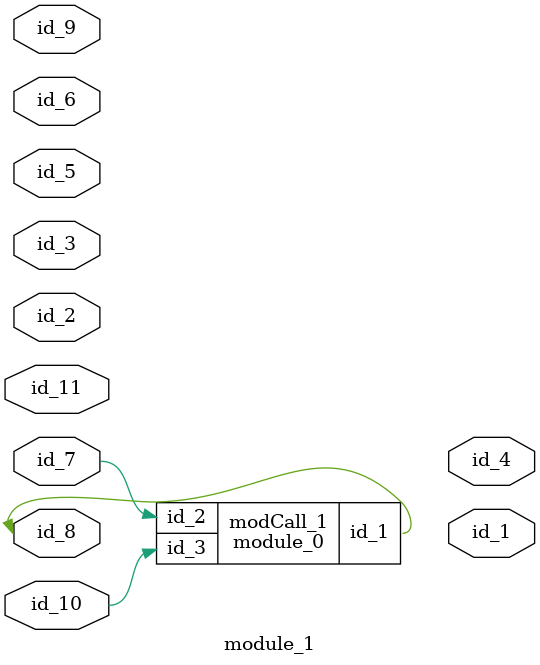
<source format=v>
module module_0 (
    id_1,
    id_2,
    id_3
);
  input wire id_3;
  input wire id_2;
  inout wire id_1;
  assign id_1 = id_3;
endmodule
module module_1 (
    id_1,
    id_2,
    id_3,
    id_4,
    id_5,
    id_6,
    id_7,
    id_8,
    id_9,
    id_10,
    id_11
);
  input wire id_11;
  inout wire id_10;
  input wire id_9;
  inout wire id_8;
  input wire id_7;
  module_0 modCall_1 (
      id_8,
      id_7,
      id_10
  );
  inout wire id_6;
  inout wire id_5;
  output wire id_4;
  input wire id_3;
  input wire id_2;
  output wire id_1;
endmodule

</source>
